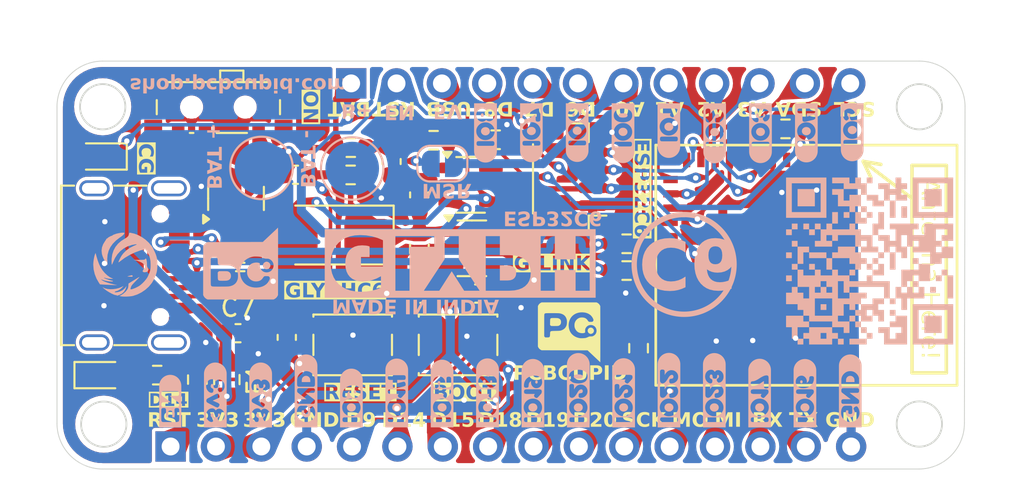
<source format=kicad_pcb>
(kicad_pcb (version 20240108) (generator "pcbnew") (generator_version "8.0")
  (layers (0 "F.Cu" signal) (31 "B.Cu" signal) (34 "B.Paste" user) (35 "F.Paste" user) (36 "B.SilkS" user "B.Silkscreen") (37 "F.SilkS" user "F.Silkscreen") (38 "B.Mask" user) (39 "F.Mask" user) (44 "Edge.Cuts" user))
  (net 0 "")
  (net 1 "/RESET")
  (net 2 "GND")
  (net 3 "/Bat_PWR")
  (net 4 "+BATT")
  (net 5 "+3.3V")
  (net 6 "/BATT_MSR")
  (net 7 "VBUS")
  (net 8 "Net-(D2-K)")
  (net 9 "Net-(D3-A)")
  (net 10 "/USB_D+")
  (net 14 "/USB_D-")
  (net 18 "Net-(J1-CC2)")
  (net 19 "Net-(J1-CC1)")
  (net 20 "/SCL")
  (net 21 "/GPIO_8")
  (net 22 "/SDA")
  (net 23 "/GPIO_9")
  (net 24 "/GPIO_2")
  (net 25 "/SCK")
  (net 26 "/MOSI")
  (net 27 "/uRx")
  (net 28 "/GPIO_3")
  (net 29 "/uTx")
  (net 30 "/MISO")
  (net 31 "Net-(U2-PROG)")
  (net 32 "Net-(U2-STAT)")
  (net 33 "Net-(U3-EN)")
  (net 35 "/GPIO_14")
  (net 37 "Net-(JP1-B)")
  (net 40 "/GPIO_15")
  (net 41 "Net-(Q1-D)")
  (net 42 "/D+")
  (net 43 "/D-")
  (net 44 "/GPIO_18")
  (net 45 "/GPIO_19")
  (net 46 "/GPIO_20")
  (net 47 "/GPIO_1")
  (net 55 "/GPIO_7")
  (net 56 "/GPIO_6")
  (net 57 "Net-(C7-Pad1)")
  (footprint "Resistor_SMD:R_0603_1608Metric" (layer "F.Cu") (at 149.45 99.41 180)
    (property "Reference" "R5" (hide yes))
    (property "Value" "5.1K")
  )
  (footprint "LOGO" (layer "F.Cu") (at 153.56 110.2)
    (property "Reference" "G***" (hide yes))
    (property "Value" "LOGO" (hide yes))
  )
  (footprint "ESP32C6:ESP32-C6-MINI-1_EXP" (layer "F.Cu") (at 166.845101 106.439998 -90)
    (property "Reference" "U4" (hide yes))
    (property "Value" "ESP32-C6-MINI-1-N4")
  )
  (footprint "Resistor_SMD:R_0603_1608Metric" (layer "F.Cu") (at 165.675 98.8 180)
    (property "Reference" "R2" (hide yes))
    (property "Value" "5.1K")
  )
  (footprint "Button_Switch_SMD:SW_SPDT_PCM12" (layer "F.Cu") (at 133.926262 97.908 180)
    (property "Reference" "SW3" (hide yes))
    (property "Value" "SW_SPDT")
  )
  (footprint "Resistor_SMD:R_0603_1608Metric" (layer "F.Cu") (at 135.15 107.3)
    (property "Reference" "R4" (hide yes))
    (property "Value" "5.1K")
  )
  (footprint "Package_TO_SOT_SMD:SOT-23" (layer "F.Cu") (at 134.913262 102.698 90)
    (property "Reference" "Q1" (hide yes))
    (property "Value" "Si2301")
  )
  (footprint "Resistor_SMD:R_0603_1608Metric" (layer "F.Cu") (at 157.45 111.09 -90)
    (property "Reference" "R1" (hide yes))
    (property "Value" "5.1K")
  )
  (footprint "Capacitor_SMD:C_0603_1608Metric" (layer "F.Cu") (at 138.244262 101.372)
    (property "Reference" "C2" (hide yes))
    (property "Value" "10uf")
  )
  (footprint "Resistor_SMD:R_0603_1608Metric" (layer "F.Cu") (at 141.34 99.85)
    (property "Reference" "R10" (hide yes))
    (property "Value" "200k")
  )
  (footprint "Capacitor_SMD:C_0603_1608Metric" (layer "F.Cu") (at 145.37 108.04 180)
    (property "Reference" "C5" (hide yes))
    (property "Value" "10uf")
  )
  (footprint "Resistor_SMD:R_0603_1608Metric" (layer "F.Cu") (at 130.5 112.6 180)
    (property "Reference" "R9" (hide yes))
    (property "Value" "5.1K")
  )
  (footprint "Resistor_SMD:R_0603_1608Metric" (layer "F.Cu") (at 141.33 101.38 180)
    (property "Reference" "R11" (hide yes))
    (property "Value" "200k")
  )
  (footprint "Connector_PinSocket_2.54mm:PinSocket_1x16_P2.54mm_Vertical" (layer "F.Cu") (at 131.25 116.6 90)
    (property "Reference" "J4" (hide yes))
    (property "Value" "Conn_01x16" (hide yes))
  )
  (footprint "Resistor_SMD:R_0603_1608Metric" (layer "F.Cu") (at 156.78 105.24 180)
    (property "Reference" "R12" (hide yes))
    (property "Value" "22R")
  )
  (footprint "Capacitor_SMD:C_0603_1608Metric" (layer "F.Cu") (at 135.025 110.25)
    (property "Reference" "C7")
    (property "Value" "10uf")
  )
  (footprint "Resistor_SMD:R_0603_1608Metric" (layer "F.Cu") (at 135.15 105.78 180)
    (property "Reference" "R3" (hide yes))
    (property "Value" "5.1K")
  )
  (footprint "LED_SMD:LED_0603_1608Metric" (layer "F.Cu") (at 127.313262 100.348 180)
    (property "Reference" "D2" (hide yes))
    (property "Value" "LED")
  )
  (footprint "Diode_SMD:D_SMA" (layer "F.Cu") (at 140.23 104.75 180)
    (property "Reference" "D1" (hide yes))
    (property "Value" "SS34")
  )
  (footprint "Connector_USB:USB_C_Receptacle_Palconn_UTC16-G" (layer "F.Cu") (at 129.227262 106.45 -90)
    (property "Reference" "J1" (hide yes))
    (property "Value" "USB_C_Receptacle_USB2.0_16P")
  )
  (footprint "Capacitor_SMD:C_0603_1608Metric" (layer "F.Cu") (at 143.62 100.63 -90)
    (property "Reference" "C6" (hide yes))
    (property "Value" "10uf")
  )
  (footprint "LED_SMD:LED_0603_1608Metric" (layer "F.Cu") (at 127.353262 112.6)
    (property "Reference" "D3" (hide yes))
    (property "Value" "LED")
  )
  (footprint "Connector_JST:JST_SH_BM04B-SRSS-TB_1x04-1MP_P1.00mm_Vertical" (layer "F.Cu") (at 153.55 101.6 90)
    (property "Reference" "J5" (hide yes))
    (property "Value" "JST")
  )
  (footprint "Package_TO_SOT_SMD:SOT-23-5" (layer "F.Cu") (at 148.045 101.9375)
    (property "Reference" "U2" (hide yes))
    (property "Value" "MCP73831")
  )
  (footprint "Fuse:Fuse_0805_2012Metric" (layer "F.Cu") (at 134.4 112.85 -90)
    (property "Reference" "F1")
    (property "Value" "fuse")
  )
  (footprint "Resistor_SMD:R_0603_1608Metric" (layer "F.Cu") (at 145.18 105.525 -90)
    (property "Reference" "R8" (hide yes))
    (property "Value" "100K" (hide yes))
  )
  (footprint "Resistor_SMD:R_0603_1608Metric" (layer "F.Cu") (at 145.975 99.44 180)
    (property "Reference" "R7" (hide yes))
    (property "Value" "5.1K")
  )
  (footprint "Capacitor_SMD:C_0603_1608Metric" (layer "F.Cu") (at 137.755 110.485 90)
    (property "Reference" "C1" (hide yes))
    (property "Value" "1uf")
  )
  (footprint "Button_Switch_SMD:SW_SPST_PTS810" (layer "F.Cu") (at 141.445 110.905 180)
    (property "Reference" "SW2" (hide yes))
    (property "Value" "SW_Push")
  )
  (footprint "Package_TO_SOT_SMD:SOT-23-5" (layer "F.Cu") (at 148.1175 105.4925)
    (property "Reference" "U3" (hide yes))
    (property "Value" "AP2112K-3.3 / XC6210B332MR" (hide yes))
  )
  (footprint "Button_Switch_SMD:SW_SPST_PTS810" (layer "F.Cu") (at 147.345 110.905 180)
    (property "Reference" "SW1" (hide yes))
    (property "Value" "SW_Push")
  )
  (footprint "Capacitor_SMD:C_0603_1608Metric" (layer "F.Cu") (at 145.17 102.5 90)
    (property "Reference" "C3" (hide yes))
    (property "Value" "10UF")
  )
  (footprint "Capacitor_SMD:C_0603_1608Metric" (layer "F.Cu") (at 148.44 108.03)
    (property "Reference" "C4" (hide yes))
    (property "Value" "10uf")
  )
  (footprint "Resistor_SMD:R_0603_1608Metric" (layer "F.Cu") (at 132.75 112.85 90)
    (property "Reference" "R6" (hide yes))
    (property "Value" "100K")
  )
  (footprint "Resistor_SMD:R_0603_1608Metric" (layer "F.Cu") (at 156.78 106.74)
    (property "Reference" "R13" (hide yes))
    (property "Value" "22R")
  )
  (footprint "kibuzzard-668B789B" (layer "B.Cu") (at 138.833227 113.483992 90)
    (property "Reference" "kibuzzard-668B789B" (hide yes))
    (property "Value" "G***" (hide yes))
  )
  (footprint "kibuzzard-668CCB83" (layer "B.Cu") (at 169.41 98.989256 90)
    (property "Reference" "kibuzzard-668CCB83" (hide yes))
    (property "Value" "G***" (hide yes))
  )
  (footprint "kibuzzard-668D15F0" (layer "B.Cu") (at 156.579107 99.041474 90)
    (property "Reference" "kibuzzard-668D15F0" (hide yes))
    (property "Value" "G***" (hide yes))
  )
  (footprint "kibuzzard-668B789B" (layer "B.Cu") (at 169.301247 113.483992 90)
    (property "Reference" "kibuzzard-668B789B" (hide yes))
    (property "Value" "G***" (hide yes))
  )
  (footprint "LOGO" (layer "B.Cu") (at 128.72 106.41)
    (property "Reference" "G***" (hide yes))
    (property "Value" "LOGO" (hide yes))
  )
  (footprint "LOGO" (layer "B.Cu") (at 135.169563 106.35)
    (property "Reference" "G***" (hide yes))
    (property "Value" "LOGO" (hide yes))
  )
  (footprint "kibuzzard-668D17D6" (layer "B.Cu") (at 166.763427 113.611316 90)
    (property "Reference" "kibuzzard-668D17D6" (hide yes))
    (property "Value" "G***" (hide yes))
  )
  (footprint "kibuzzard-668D175C" (layer "B.Cu") (at 159.152148 113.44 90)
    (property "Reference" "kibuzzard-668D175C" (hide yes))
    (property "Value" "G***" (hide yes))
  )
  (footprint "kibuzzard-668D15F7" (layer "B.Cu") (at 154.0125 99.008927 90)
    (property "Reference" "kibuzzard-668D15F7" (hide yes))
    (property "Value" "G***" (hide yes))
  )
  (footprint "kibuzzard-668D17D0" (layer "B.Cu") (at 164.227765 113.604521 90)
    (property "Reference" "kibuzzard-668D17D0" (hide yes))
    (property "Value" "G***" (hide yes))
  )
  (footprint "kibuzzard-668D1756" (layer "B.Cu") (at 156.614339 113.589499 90)
    (property "Reference" "kibuzzard-668D1756" (hide yes))
    (property "Value" "G***" (hide yes))
  )
  (footprint "kibuzzard-668D15B6" (layer "B.Cu") (at 161.709461 99.046481 90)
    (property "Reference" "kibuzzard-668D15B6" (hide yes))
    (property "Value" "G***" (hide yes))
  )
  (footprint "kibuzzard-668D15C1" (layer "B.Cu") (at 159.144999 98.896266 90)
    (property "Reference" "kibuzzard-668D15C1" (hide yes))
    (property "Value" "G***" (hide yes))
  )
  (footprint "kibuzzard-668D176A" (layer "B.Cu") (at 161.690672 113.445365 90)
    (property "Reference" "kibuzzard-668D176A" (hide yes))
    (property "Value" "G***" (hide yes))
  )
  (footprint "kibuzzard-668D1621" (layer "B.Cu") (at 148.88 99.025737 90)
    (property "Reference" "kibuzzard-668D1621" (hide yes))
    (property "Value" "G***" (hide yes))
  )
  (footprint "kibuzzard-668D15B0" (layer "B.Cu") (at 164.276069 99.041116 90)
    (property "Reference" "kibuzzard-668D15B0" (hide yes))
    (property "Value" "G***" (hide yes))
  )
  (footprint "kibuzzard-668D171B" (layer "B.Cu") (at 148.99233 113.594507 90)
    (property "Reference" "kibuzzard-668D171B" (hide yes))
    (property "Value" "G***" (hide yes))
  )
  (footprint "LOGO" (layer "B.Cu") (at 170.39 106.2 180)
    (property "Reference" "G***" (hide yes))
    (property "Value" "LOGO" (hide yes))
  )
  (footprint "Connector_PinSocket_2.54mm:PinSocket_1x12_P2.54mm_Vertical" (layer "B.Cu") (at 141.36 96.25 -90)
    (property "Reference" "J2" (hide yes))
    (property "Value" "Conn_01x12")
  )
  (footprint "kibuzzard-668D16B5" (layer "B.Cu") (at 141.372466 113.881703 90)
    (property "Reference" "kibuzzard-668D16B5" (hide yes))
    (property "Value" "G***" (hide yes))
  )
  (footprint "kibuzzard-668D1727" (layer "B.Cu") (at 154.0751 113.445007 90)
    (property "Reference" "kibuzzard-668D1727" (hide yes))
    (property "Value" "G***" (hide yes))
  )
  (footprint "kibuzzard-668CCB9F" (layer "B.Cu") (at 166.843392 99.021087 90)
    (property "Reference" "kibuzzard-668CCB9F" (hide yes))
    (property "Value" "G***" (hide yes))
  )
  (footprint "kibuzzard-668D1619" (layer "B.Cu") (at 151.448754 99.015723 90)
    (property "Reference" "kibuzzard-668D1619" (hide yes))
    (property "Value" "G***" (hide yes))
  )
  (footprint "kibuzzard-668D1721" (layer "B.Cu") (at 151.535146 113.610601 90)
    (property "Reference" "kibuzzard-668D1721" (hide yes))
    (property "Value" "G***" (hide yes))
  )
  (footprint "Jumper:SolderJumper-2_P1.3mm_Open_RoundedPad1.0x1.5mm" (layer "B.Cu") (at 146.463262 100.748 180)
    (property "Reference" "JP1" (hide yes))
    (property "Value" "SolderJumper")
  )
  (footprint "kibuzzard-668B7A7C" (layer "B.Cu") (at 131.231247 114.055522 90)
    (property "Reference" "kibuzzard-668B7A7C" (hide yes))
    (property "Value" "G***" (hide yes))
  )
  (footprint "kibuzzard-668D170D" (layer "B.Cu") (at 143.911705 113.599156 90)
    (property "Reference" "kibuzzard-668D170D" (hide yes))
    (property "Value" "G***" (hide yes))
  )
  (footprint "Test_point_01x2:TestPoint_01x02" (layer "B.Cu") (at 138.879262 100.989 180)
    (property "Reference" "J3" (hide yes))
    (property "Value" "Battery Connector")
  )
  (footprint "kibuzzard-668D1715" (layer "B.Cu") (at 146.450229 113.630987 90)
    (property "Reference" "kibuzzard-668D1715" (hide yes))
    (property "Value" "G***" (hide yes))
  )
  (footprint "kibuzzard-668B7A62" (layer "B.Cu") (at 136.293988 113.710029 90)
    (property "Reference" "kibuzzard-668B7A62" (hide yes))
    (property "Value" "G***" (hide yes))
  )
  (footprint "kibuzzard-668B7A62" (layer "B.Cu") (at 133.754749 113.710029 90)
    (property "Reference" "kibuzzard-668B7A62" (hide yes))
    (property "Value" "G***" (hide yes))
  )
  (gr_circle (center 160 106.395085) (end 157.204915 106.395085) (stroke (width 0.3)) (fill none) (layer "B.SilkS"))
  (gr_line (start 124.891228 115.321945) (end 124.891487 97.57804) (stroke (width 0.05)) (layer "Edge.Cuts"))
  (gr_circle (center 127.51 115.35) (end 128.78 115.35) (stroke (width 0.1)) (fill none) (layer "Edge.Cuts"))
  (gr_line (start 175.727312 97.541689) (end 175.69096 115.285853) (stroke (width 0.05)) (layer "Edge.Cuts"))
  (gr_line (start 127.431228 95.001947) (end 173.151219 95.001948) (stroke (width 0.05)) (layer "Edge.Cuts"))
  (gr_circle (center 173.169262 97.56) (end 174.439262 97.56) (stroke (width 0.1)) (fill none) (layer "Edge.Cuts"))
  (gr_circle (center 127.449262 97.56) (end 128.719262 97.56) (stroke (width 0.1)) (fill none) (layer "Edge.Cuts"))
  (gr_line (start 173.151219 117.861946) (end 127.467321 117.861686) (stroke (width 0.05)) (layer "Edge.Cuts"))
  (gr_circle (center 173.169262 115.34) (end 174.439262 115.34) (stroke (width 0.1)) (fill none) (layer "Edge.Cuts"))
  (gr_arc (start 124.891487 97.57804) (mid 125.627871 95.764035) (end 127.431228 95.001947) (stroke (width 0.05)) (layer "Edge.Cuts"))
  (gr_arc (start 173.151219 95.001948) (mid 174.965224 95.738332) (end 175.727312 97.541689) (stroke (width 0.05)) (layer "Edge.Cuts"))
  (gr_arc (start 175.69096 115.285853) (mid 174.954576 117.099858) (end 173.151219 117.861946) (stroke (width 0.05)) (layer "Edge.Cuts"))
  (gr_arc (start 127.467321 117.861686) (mid 125.653316 117.125302) (end 124.891228 115.321945) (stroke (width 0.05)) (layer "Edge.Cuts"))
  (gr_text "BAT -" (at 138.413262 102.114762 -90) (layer "B.SilkS") (effects (font (size 0.8 0.8) (thickness 0.2) (bold yes)) (justify left bottom mirror)))
  (gr_text "GLYPH" (at 147.552506 104.3 180) (layer "B.SilkS" knockout) (effects (font (size 3 3) (thickness 0.2) (bold yes)) (justify bottom mirror)))
  (gr_text "MADE IN INDIA" (at 140.262835 108.24 180) (layer "B.SilkS") (effects (font (size 0.8 0.8) (thickness 0.16) (bold yes)) (justify left bottom mirror)))
  (gr_text "MSR" (at 145.32 101.75 180) (layer "B.SilkS") (effects (font (size 0.8 0.8) (thickness 0.2) (bold yes)) (justify left bottom mirror)))
  (gr_text "C6" (at 157.454916 104.5 180) (layer "B.SilkS") (effects (font (size 2.8 2.8) (thickness 0.56) (bold yes)) (justify left bottom mirror)))
  (gr_text "5V" (at 145.93 97.31 180) (layer "B.SilkS") (effects (font (size 0.8 0.8) (thickness 0.16) (bold yes)) (justify left bottom mirror)))
  (gr_text "shop.pcbcupid.com" (at 128.96 95.83 180) (layer "B.SilkS") (effects (font (size 0.8 0.8) (thickness 0.2) (bold yes)) (justify left bottom mirror)))
  (gr_text "B+" (at 140.79 97.29 180) (layer "B.SilkS") (effects (font (size 0.8 0.8) (thickness 0.16) (bold yes)) (justify left bottom mirror)))
  (gr_text "EN" (at 143.21 97.36 180) (layer "B.SilkS") (effects (font (size 0.8 0.8) (thickness 0.16) (bold yes)) (justify left bottom mirror)))
  (gr_text "ESP32C6" (at 149.872835 103.3 180) (layer "B.SilkS") (effects (font (size 0.8 0.8) (thickness 0.16) (bold yes)) (justify left bottom mirror)))
  (gr_text "BAT +" (at 133.163262 102.198 -90) (layer "B.SilkS") (effects (font (size 0.8 0.8) (thickness 0.2) (bold yes)) (justify left bottom mirror)))
  (gr_text "3V3" (at 135.293951 115.63 0) (layer "F.SilkS") (effects (font (size 0.8 0.8) (thickness 0.16) (bold yes)) (justify left bottom)))
  (gr_text "D15" (at 145.798969 115.63 0) (layer "F.SilkS") (effects (font (size 0.8 0.8) (thickness 0.16) (bold yes)) (justify left bottom)))
  (gr_text "A0" (at 157.786868 97.16 180) (layer "F.SilkS") (effects (font (size 0.8 0.8) (thickness 0.16) (bold yes)) (justify left bottom)))
  (gr_text "GND\n" (at 137.914344 115.63 0) (layer "F.SilkS") (effects (font (size 0.8 0.8) (thickness 0.16) (bold yes)) (justify left bottom)))
  (gr_text "ON" (at 138.563262 96.648 270) (layer "F.SilkS" knockout) (effects (font (size 0.8 0.8) (thickness 0.2) (bold yes)) (justify left bottom)))
  (gr_text "ESP32C6" (at 157.11 102.13 270) (layer "F.SilkS" knockout) (effects (font (size 0.8 0.8) (thickness 0.2) (bold yes)) (justify bottom)))
  (gr_text "RESET" (at 139.85 114.09 0) (layer "F.SilkS" knockout) (effects (font (size 0.8 0.8) (thickness 0.2) (bold yes)) (justify left bottom)))
  (gr_text "TX" (at 165.875021 115.63 0) (layer "F.SilkS") (effects (font (size 0.8 0.8) (thickness 0.16) (bold yes)) (justify left bottom)))
  (gr_text "D19" (at 151.121039 115.63 0) (layer "F.SilkS") (effects (font (size 0.8 0.8) (thickness 0.16) (bold yes)) (justify left bottom)))
  (gr_text "SDA" (at 167.724042 97.16 180) (layer "F.SilkS") (effects (font (size 0.8 0.8) (thickness 0.16) (bold yes)) (justify left bottom)))
  (gr_text "BOOT\n" (at 145.95 114.09 0) (layer "F.SilkS" knockout) (effects (font (size 0.8 0.8) (thickness 0.2) (bold yes)) (justify left bottom)))
  (gr_text "D14" (at 130.03 114.45 0) (layer "F.SilkS" knockout) (effects (font (size 0.7 0.7) (thickness 0.175) (bold yes)) (justify left bottom)))
  (gr_text "A1" (at 160 97.16 180) (layer "F.SilkS") (effects (font (size 0.8 0.8) (thickness 0.16) (bold yes)) (justify left bottom)))
  (gr_text "BAT" (at 142.45 97.16 180) (layer "F.SilkS") (effects (font (size 0.8 0.8) (thickness 0.16) (bold yes)) (justify left bottom)))
  (gr_text "RX" (at 163.800169 115.63 0) (layer "F.SilkS") (effects (font (size 0.8 0.8) (thickness 0.16) (bold yes)) (justify left bottom)))
  (gr_text "GLYPHC6" (at 140.47 108.38 0) (layer "F.SilkS" knockout) (effects (font (size 0.8 0.8) (thickness 0.2) (bold yes)) (justify bottom)))
  (gr_text "D7" (at 152.75 97.16 180) (layer "F.SilkS") (effects (font (size 0.8 0.8) (thickness 0.16) (bold yes)) (justify left bottom)))
  (gr_text "MO" (at 159.305008 115.63 0) (layer "F.SilkS") (effects (font (size 0.8 0.8) (thickness 0.16) (bold yes)) (justify left bottom)))
  (gr_text "GND" (at 167.896738 115.63 0) (layer "F.SilkS") (effects (font (size 0.8 0.8) (thickness 0.16) (bold yes)) (justify left bottom)))
  (gr_text "MI" (at 161.696399 115.63 0) (layer "F.SilkS") (effects (font (size 0.8 0.8) (thickness 0.16) (bold yes)) (justify left bottom)))
  (gr_text "D20" (at 153.758626 115.63 0) (layer "F.SilkS") (effects (font (size 0.8 0.8) (thickness 0.16) (bold yes)) (justify left bottom)))
  (gr_text "G-LINK" (at 152.62 106.86 0) (layer "F.SilkS" knockout) (effects (font (size 0.8 0.8) (thickness 0.2) (bold yes)) (justify bottom)))
  (gr_text "SCK" (at 156.491566 115.63 0) (layer "F.SilkS") (effects (font (size 0.8 0.8) (thickness 0.16) (bold yes)) (justify left bottom)))
  (gr_text "D14" (at 143.066029 115.63 0) (layer "F.SilkS") (effects (font (size 0.8 0.8) (thickness 0.16) (bold yes)) (justify left bottom)))
  (gr_text "D9" (at 141.05683 115.63 0) (layer "F.SilkS") (effects (font (size 0.8 0.8) (thickness 0.16) (bold yes)) (justify left bottom)))
  (gr_text "SCL" (at 170.7 97.16 180) (layer "F.SilkS") (effects (font (size 0.8 0.8) (thickness 0.16) (bold yes)) (justify left bottom)))
  (gr_text "RST" (at 129.945308 115.63 0) (layer "F.SilkS") (effects (font (size 0.8 0.8) (thickness 0.16) (bold yes)) (justify left bottom)))
  (gr_text "D6" (at 155.070208 97.16 180) (layer "F.SilkS") (effects (font (size 0.8 0.8) (thickness 0.16) (bold yes)) (justify left bottom)))
  (gr_text "USB" (at 148.115836 97.16 180) (layer "F.SilkS") (effects (font (size 0.8 0.8) (thickness 0.16) (bold yes)) (justify left bottom)))
  (gr_text "D8" (at 150.45871 97.16 180) (layer "F.SilkS") (effects (font (size 0.8 0.8) (thickness 0.16) (bold yes)) (justify left bottom)))
  (gr_text "A3" (at 164.587867 97.16 180) (layer "F.SilkS") (effects (font (size 0.8 0.8) (thickness 0.16) (bold yes)) (justify left bottom)))
  (gr_text "CG" (at 129.35 99.6 -90) (layer "F.SilkS" knockout) (effects (font (size 0.8 0.8) (thickness 0.2) (bold yes)) (justify left bottom)))
  (gr_text "3V3" (at 132.673558 115.63 0) (layer "F.SilkS") (effects (font (size 0.8 0.8) (thickness 0.16) (bold yes)) (justify left bottom)))
  (gr_text "A2" (at 162.341127 97.16 180) (layer "F.SilkS") (effects (font (size 0.8 0.8) (thickness 0.16) (bold yes)) (justify left bottom)))
  (gr_text "RST" (at 144.967938 97.16 180) (layer "F.SilkS") (effects (font (size 0.8 0.8) (thickness 0.16) (bold yes)) (justify left bottom)))
  (gr_text "D18" (at 148.458441 115.63 0) (layer "F.SilkS") (effects (font (size 0.8 0.8) (thickness 0.16) (bold yes)) (justify left bottom)))
  (gr_text "PCBCUPID" (at 153.61 113 0) (layer "F.SilkS") (effects (font (size 0.8 0.8) (thickness 0.2) (bold yes)) (justify bottom)))
  (dimension (type leader) (layer "F.SilkS") (pts (xy 169.63 100.32) (xy 173.72 103.43)) (gr_text "Antenna Here!" (at 173.72 106.66 270) (layer "F.SilkS") (effects (font (face "Noto Sans") (size 1 1) (thickness 0.1)))) (format (prefix "") (suffix "") (units 0) (units_format 0) (precision 4) (override_value "Antenna Here!")) (style (thickness 0.2) (arrow_length 1) (text_position_mode 0) (text_frame 1) (extension_offset 0.5)))
  (segment (start 139.37 111.98) (end 138.475 111.98) (width 0.2) (layer "F.Cu") (net 1))
  (segment (start 138.475 111.98) (end 138.47 111.975) (width 0.2) (layer "F.Cu") (net 1))
  (segment (start 151.15 99.384744) (end 152.697062 100.931806) (width 0.2) (layer "F.Cu") (net 1))
  (segment (start 163.673602 98.8) (end 164.85 98.8) (width 0.2) (layer "F.Cu") (net 1))
  (segment (start 138.445 111.95) (end 137.755 111.26) (width 0.2) (layer "F.Cu") (net 1))
  (segment (start 136.73 113.95) (end 136.76 113.92) (width 0.2) (layer "F.Cu") (net 1))
  (segment (start 140.2 102.640104) (end 140.2 111.15) (width 0.2) (layer "F.Cu") (net 1))
  (segment (start 140.2 111.15) (end 139.37 111.98) (width 0.2) (layer "F.Cu") (net 1))
  (segment (start 139.37 111.98) (end 143.52 111.98) (width 0.5) (layer "F.Cu") (net 1))
  (segment (start 162.540002 101.911469) (end 162.540002 100.54) (width 0.2) (layer "F.Cu") (net 1))
  (segment (start 131.25 116.6) (end 132.84 115.01) (width 0.2) (layer "F.Cu") (net 1))
  (segment (start 150.905 98.345) (end 151.15 98.59) (width 0.2) (layer "F.Cu") (net 1))
  (segment (start 136.76 113.92) (end 136.82 113.92) (width 0.2) (layer "F.Cu") (net 1))
  (segment (start 139.727111 102.167215) (end 139.937215 102.167215) (width 0.2) (layer "F.Cu") (net 1))
  (segment (start 138.47 111.975) (end 138.47 111.95) (width 0.2) (layer "F.Cu") (net 1))
  (segment (start 160.74 103.85) (end 160.74 103.711471) (width 0.2) (layer "F.Cu") (net 1))
  (segment (start 152.697062 100.931806) (end 152.978855 100.931806) (width 0.2) (layer "F.Cu") (net 1))
  (segment (start 160.74 103.85) (end 160.7 103.89) (width 0.2) (layer "F.Cu") (net 1))
  (segment (start 160.74 103.711471) (end 162.540002 101.911469) (width 0.2) (layer "F.Cu") (net 1))
  (segment (start 151.15 98.59) (end 151.15 99.384744) (width 0.2) (layer "F.Cu") (net 1))
  (segment (start 162.540002 100.54) (end 162.540002 99.9336) (width 0.2) (layer "F.Cu") (net 1))
  (segment (start 135.594314 115.01) (end 136.684314 113.92) (width 0.2) (layer "F.Cu") (net 1))
  (segment (start 139.727111 102.167215) (end 140.2 102.640104) (width 0.2) (layer "F.Cu") (net 1))
  (segment (start 162.540002 99.9336) (end 163.673602 98.8) (width 0.2) (layer "F.Cu") (net 1))
  (segment (start 132.84 115.01) (end 135.594314 115.01) (width 0.2) (layer "F.Cu") (net 1))
  (segment (start 138.47 111.95) (end 138.445 111.95) (width 0.2) (layer "F.Cu") (net 1))
  (segment (start 136.7 113.92) (end 136.73 113.95) (width 0.2) (layer "F.Cu") (net 1))
  (segment (start 136.684314 113.92) (end 136.7 113.92) (width 0.2) (layer "F.Cu") (net 1))
  (via (at 150.905 98.345) (size 0.6) (drill 0.3) (layers "F.Cu" "B.Cu") (net 1))
  (via (at 152.978855 100.931806) (size 0.6) (drill 0.3) (layers "F.Cu" "B.Cu") (net 1))
  (via (at 136.73 113.95) (size 0.6) (drill 0.3) (layers "F.Cu" "B.Cu") (net 1))
  (via (at 139.727111 102.167215) (size 0.6) (drill 0.3) (layers "F.Cu" "B.Cu") (net 1))
  (via (at 160.74 103.85) (size 0.6) (drill 0.3) (layers "F.Cu" "B.Cu") (net 1))
  (via (at 138.47 111.95) (size 0.6) (drill 0.3) (layers "F.Cu" "B.Cu") (net 1))
  (segment (start 138.47 111.95) (end 138.47 112.21) (width 0.2) (layer "B.Cu") (net 1))
  (segment (start 150.49 97.93) (end 145.58 97.93) (width 0.2) (layer "B.Cu") (net 1))
  (segment (start 158.33 102.76) (end 154.807049 102.76) (width 0.2) (layer "B.Cu") (net 1))
  (segment (start 160.74 103.85) (end 159.42 103.85) (width 0.2) (layer "B.Cu") (net 1))
  (segment (start 154.807049 102.76) (end 152.978855 100.931806) (width 0.2) (layer "B.Cu") (net 1))
  (segment (start 159.42 103.85) (end 158.33 102.76) (width 0.2) (layer "B.Cu") (net 1))
  (segment (start 139.23 101.670104) (end 139.23 100.17) (width 0.2) (layer "B.Cu") (net 1))
  (segment (start 139.727111 102.167215) (end 139.23 101.670104) (width 0.2) (layer "B.Cu") (net 1))
  (segment (start 141.39 99.01) (end 143.9 96.5) (width 0.2) (layer "B.Cu") (net 1))
  (segment (start 139.23 100.17) (end 140.39 99.01) (width 0.2) (layer "B.Cu") (net 1))
  (segment (start 143.9 96.5) (end 143.9 96.25) (width 0.2) (layer "B.Cu") (net 1))
  (segment (start 140.39 99.01) (end 141.39 99.01) (width 0.2) (layer "B.Cu") (net 1))
  (segment (start 145.58 97.93) (end 143.9 96.25) (width 0.2) (layer "B.Cu") (net 1))
  (segment (start 150.905 98.345) (end 150.49 97.93) (width 0.2) (layer "B.Cu") (net 1))
  (segment (start 138.47 112.21) (end 136.73 113.95) (width 0.2) (layer "B.Cu") (net 1))
  (segment (start 160.374998 104.464998) (end 162.165001 104.464998) (width 0.2) (layer "F.Cu") (net 2))
  (segment (start 145.17 101.725) (end 143.94 101.725) (width 0.2) (layer "F.Cu") (net 2))
  (segment (start 139.019262 101.372) (end 140.497 101.372) (width 0.2) (layer "F.Cu") (net 2))
  (segment (start 164.140001 104.464998) (end 164.140001 108.414998) (width 0.2) (layer "F.Cu") (net 2))
  (segment (start 162.165001 104.464998) (end 166.115001 104.464998) (width 0.2) (layer "F.Cu") (net 2))
  (segment (start 166.115001 108.414998) (end 166.115001 104.464998) (width 0.2) (layer "F.Cu") (net 2))
  (segment (start 143.94 101.725) (end 143.62 101.405) (width 0.2) (layer "F.Cu") (net 2))
  (segment (start 132.4 109.65) (end 132.75 110) (width 0.2) (layer "F.Cu") (net 2))
  (segment (start 132.75 110) (end 132.75 112.025) (width 0.2) (layer "F.Cu") (net 2))
  (segment (start 160.14 104.23) (end 160.374998 104.464998) (width 0.2) (layer "F.Cu") (net 2))
  (segment (start 167.34 100.54) (end 169.039999 100.54) (width 0.2) (layer "F.Cu") (net 2))
  (segment (start 162.165001 108.414998) (end 166.115001 108.414998) (width 0.2) (layer "F.Cu") (net 2))
  (segment (start 159.846401 103.239999) (end 160.14 103.533598) (width 0.2) (layer "F.Cu") (net 2))
  (segment (start 131.737262 109.65) (end 132.4 109.65) (width 0.2) (layer "F.Cu") (net 2))
  (segment (start 140.497 101.372) (end 140.505 101.38) (width 0.2) (layer "F.Cu") (net 2))
  (segment (start 159.240001 103.239999) (end 159.846401 103.239999) (width 0.2) (layer "F.Cu") (net 2))
  (segment (start 160.14 103.533598) (end 160.14 104.23) (width 0.2) (layer "F.Cu") (net 2))
  (segment (start 169.090001 100.489998) (end 169.090001 112.389998) (width 0.2) (layer "F.Cu") (net 2))
  (segment (start 169.039999 100.54) (end 169.090001 100.489998) (width 0.2) (layer "F.Cu") (net 2))
  (segment (start 162.165001 104.464998) (end 162.165001 108.414998) (width 0.2) (layer "F.Cu") (net 2))
  (via (at 159.48 98.49) (size 0.6) (drill 0.3) (layers "F.Cu" "B.Cu") (net 2))
  (via (at 133.22 110.77) (size 0.6) (drill 0.3) (layers "F.Cu" "B.Cu") (net 2))
  (via (at 135.55 109.4) (size 0.6) (drill 0.3) (layers "F.Cu" "B.Cu") (net 2))
  (via (at 127.55 106.34) (size 0.6) (drill 0.3) (layers "F.Cu" "B.Cu") (net 2))
  (via (at 143.05 102.68) (size 0.6) (drill 0.3) (layers "F.Cu" "B.Cu") (net 2))
  (via (at 167.42 102.23) (size 0.6) (drill 0.3) (layers "F.Cu" "B.Cu") (net 2))
  (via (at 159.19 113.49) (size 0.6) (drill 0.3) (layers "F.Cu" "B.Cu") (net 2))
  (via (at 147.84 110.42) (size 0.6) (drill 0.3) (layers "F.Cu" "B.Cu") (net 2))
  (via (at 151.6 107.27) (size 0.6) (drill 0.3) (layers "F.Cu" "B.Cu") (net 2))
  (via (at 150.87 108.82) (size 0.6) (drill 0.3) (layers "F.Cu" "B.Cu") (net 2))
  (via (at 143.92 114.47) (size 0.6) (drill 0.3) (layers "F.Cu" "B.Cu") (net 2))
  (via (at 156.73 108) (size 0.6) (drill 0.3) (layers "F.Cu" "B.Cu") (net 2))
  (via (at 127.52 108.71) (size 0.6) (drill 0.3) (layers "F.Cu" "B.Cu") (net 2))
  (via (at 136.99 107.34) (size 0.6) (drill 0.3) (layers "F.Cu" "B.Cu") (net 2))
  (via (at 166.24 110.53) (size 0.6) (drill 0.3) (layers "F.Cu" "B.Cu") (net 2))
  (via (at 147.68 114) (size 0.6) (drill 0.3) (layers "F.Cu" "B.Cu") (net 2))
  (via (at 163.84 110.66) (size 0.6) (drill 0.3) (layers "F.Cu" "B.Cu") (net 2))
  (via (at 165.47 102.36) (size 0.6) (drill 0.3) (layers "F.Cu" "B.Cu") (net 2))
  (via (at 155.96 98.99) (size 0.6) (drill 0.3) (layers "F.Cu" "B.Cu") (net 2))
  (via (at 136.16 111.4) (size 0.6) (drill 0.3) (layers "F.Cu" "B.Cu") (net 2))
  (via (at 132.97 102.02) (size 0.6) (drill 0.3) (layers "F.Cu" "B.Cu") (net 2))
  (via (at 161.8 110.69) (size 0.6) (drill 0.3) (layers "F.Cu" "B.Cu") (net 2))
  (via (at 143.35 108.02) (size 0.6) (drill 0.3) (layers "F.Cu" "B.Cu") (net 2))
  (via (at 150.08 98.56) (size 0.6) (drill 0.3) (layers "F.Cu" "B.Cu") (net 2))
  (via (at 141.46 110.36) (size 0.6) (drill 0.3) (layers "F.Cu" "B.Cu") (net 2))
  (via (at 127.57 104) (size 0.6) (drill 0.3) (layers "F.Cu" "B.Cu") (net 2))
  (segment (start 137.861011 100.061011) (end 136.899273 100.061011) (width 0.2) (layer "F.Cu") (net 3))
  (segment (start 147.8 103.28) (end 147.4075 102.8875) (width 0.3) (layer "F.Cu") (net 3))
  (segment (start 147.4075 102.8875) (end 146.9075 102.8875) (width 0.3) (layer "F.Cu") (net 3))
  (segment (start 136.899273 100.061011) (end 136.176262 99.338) (width 0.2) (layer "F.Cu") (net 3))
  (via (at 147.8 103.28) (size 0.6) (drill 0.3) (layers "F.Cu" "B.Cu") (net 3))
  (via (at 137.861011 100.061011) (size 0.6) (drill 0.3) (layers "F.Cu" "B.Cu") (net 3))
  (segment (start 138.57 100.77) (end 137.861011 100.061011) (width 0.5) (layer "B.Cu") (net 3))
  (segment (start 147.8 103.28) (end 146.45 104.63) (width 0.5) (layer "B.Cu") (net 3))
  (segment (start 146.45 104.63) (end 139.79 104.63) (width 0.5) (layer "B.Cu") (net 3))
  (segment (start 137.861011 100.061011) (end 136.933022 100.989) (width 0.2) (layer "B.Cu") (net 3))
  (segment (start 138.57 103.41) (end 138.57 100.77) (width 0.5) (layer "B.Cu") (net 3))
  (segment (start 147.8 103.28) (end 147.79 103.27) (width 0.5) (layer "B.Cu") (net 3))
  (segment (start 136.933022 100.989) (end 136.339262 100.989) (width 0.2) (layer "B.Cu") (net 3))
  (segment (start 139.79 104.63) (end 138.57 103.41) (width 0.5) (layer "B.Cu") (net 3))
  (segment (start 137.469262 101.372) (end 138.991262 99.85) (width 0.3) (layer "F.Cu") (net 4))
  (segment (start 140.515 99.85) (end 141.33 100.665) (width 0.3) (layer "F.Cu") (net 4))
  (segment (start 145.18 103.285) (end 145.17 103.275) (width 0.5) (layer "F.Cu") (net 4))
  (segment (start 142.23 104.75) (end 145.13 104.75) (width 0.5) (layer "F.Cu") (net 4))
  (segment (start 145.3375 104.5425) (end 145.18 104.7) (width 0.5) (layer "F.Cu") (net 4))
  (segment (start 141.33 103.85) (end 142.23 104.75) (width 0.3) (layer "F.Cu") (net 4))
  (segment (start 141.36 96.25) (end 140.5 97.11) (width 0.3) (layer "F.Cu") (net 4))
  (segment (start 145.13 104.75) (end 145.18 104.7) (width 0.5) (layer "F.Cu") (net 4))
  (segment (start 140.5 97.11) (end 140.5 99.835) (width 0.3) (layer "F.Cu") (net 4))
  (segment (start 146.98 104.5425) (end 145.3375 104.5425) (width 0.5) (layer "F.Cu") (net 4))
  (segment (start 135.863262 103.6355) (end 135.863262 102.978) (width 0.3) (layer "F.Cu") (net 4))
  (segment (start 135.863262 102.978) (end 137.469262 101.372) (width 0.3) (layer "F.Cu") (net 4))
  (segment (start 140.5 99.835) (end 140.515 99.85) (width 0.3) (layer "F.Cu") (net 4))
  (segment (start 145.18 104.7) (end 145.18 103.285) (width 0.5) (layer "F.Cu") (net 4))
  (segment (start 141.33 100.665) (end 141.33 103.85) (width 0.3) (layer "F.Cu") (net 4))
  (segment (start 138.991262 99.85) (end 140.515 99.85) (width 0.3) (layer "F.Cu") (net 4))
  (segment (start 149.44 113.99) (end 149.44 114) (width 0.5) (layer "F.Cu") (net 5))
  (segment (start 151.79 102.16) (end 149.47625 104.47375) (width 0.3) (layer "F.Cu") (net 5))
  (segment (start 150.23 113.2) (end 149.44 113.99) (width 0.5) (layer "F.Cu") (net 5))
  (segment (start 133.79 116.6) (end 136.33 116.6) (width 0.5) (layer "F.Cu") (net 5))
  (segment (start 166.540001 100.54) (end 166.540001 98.840001) (width 0.2) (layer "F.Cu") (net 5))
  (segment (start 149.32375 104.47375) (end 149.255 104.5425) (width 0.3) (layer "F.Cu") (net 5))
  (segment (start 149.44 114) (end 149.43 114) (width 0.5) (layer "F.Cu") (net 5))
  (segment (start 166.540001 98.840001) (end 166.5 98.8) (width 0.2) (layer "F.Cu") (net 5))
  (segment (start 146.9 109.04) (end 146.9 108.795) (width 0.5) (layer "F.Cu") (net 5))
  (segment (start 155.92 102.16) (end 154.935 102.16) (width 0.3) (layer "F.Cu") (net 5))
  (segment (start 147.655 108.04) (end 147.665 108.03) (width 0.5) (layer "F.Cu") (net 5))
  (segment (start 148.11 107.585) (end 148.11 104.84) (width 0.3) (layer "F.Cu") (net 5))
  (segment (start 146.9 108.795) (end 146.145 108.04) (width 0.5) (layer "F.Cu") (net 5))
  (segment (start 149.43 114) (end 149.43 114) (width 0.5) (layer "F.Cu") (net 5))
  (segment (start 155.92 102.16) (end 151.79 102.16) (width 0.3) (layer "F.Cu") (net 5))
  (segment (start 146.145 108.04) (end 147.655 108.04) (width 0.5) (layer "F.Cu") (net 5))
  (segment (start 148.4075 104.5425) (end 149.255 104.5425) (width 0.3) (layer "F.Cu") (net 5))
  (segment (start 157.45 111.915) (end 156.165 113.2) (width 0.5) (layer "F.Cu") (net 5))
  (segment (start 149.47625 104.47375) (end 149.32375 104.47375) (width 0.3) (layer "F.Cu") (net 5))
  (segment (start 147.665 108.03) (end 148.11 107.585) (width 0.3) (layer "F.Cu") (net 5))
  (segment (start 154.935 102.16) (end 154.875 102.1) (width 0.3) (layer "F.Cu") (net 5))
  (segment (start 156.165 113.2) (end 150.23 113.2) (width 0.5) (layer "F.Cu") (net 5))
  (segment (start 148.11 104.84) (end 148.4075 104.5425) (width 0.3) (layer "F.Cu") (net 5))
  (via (at 155.92 102.16) (size 0.6) (drill 0.3) (layers "F.Cu" "B.Cu") (net 5))
  (via (at 166.5 99.65) (size 0.6) (drill 0.3) (layers "F.Cu" "B.Cu") (net 5))
  (via (at 146.9 109.04) (size 0.6) (drill 0.3) (layers "F.Cu" "B.Cu") (net 5))
  (via (at 149.44 114) (size 0.6) (drill 0.3) (layers "F.Cu" "B.Cu") (net 5))
  (segment (start 159.7 103.2) (end 163.15 103.2) (width 0.3) (layer "B.Cu") (net 5))
  (segment (start 163.15 103.2) (end 166.5 99.85) (width 0.3) (layer "B.Cu") (net 5))
  (segment (start 146.91 111.5) (end 146.91 109.05) (width 0.5) (layer "B.Cu") (net 5))
  (segment (start 146.94 111.5) (end 149.44 114) (width 0.5) (layer "B.Cu") (net 5))
  (segment (start 146.91 109.03) (end 146.91 108.99) (width 0.5) (layer "B.Cu") (net 5))
  (segment (start 146.91 111.5) (end 146.94 111.5) (width 0.5) (layer "B.Cu") (net 5))
  (segment (start 166.5 99.85) (end 166.5 99.65) (width 0.3) (layer "B.Cu") (net 5))
  (segment (start 166.5 99.65) (end 166.5 99.55) (width 0.3) (layer "B.Cu") (net 5))
  (segment (start 146.91 109.05) (end 146.9 109.04) (width 0.5) (layer "B.Cu") (net 5))
  (segment (start 155.98 102.1) (end 158.6 102.1) (width 0.3) (layer "B.Cu") (net 5))
  (segment (start 146.9 109.04) (end 146.91 109.03) (width 0.5) (layer "B.Cu") (net 5))
  (segment (start 144.69 113.72) (end 146.91 111.5) (width 0.5) (layer "B.Cu") (net 5))
  (segment (start 158.6 102.1) (end 159.7 103.2) (width 0.3) (layer "B.Cu") (net 5))
  (segment (start 139.21 113.72) (end 144.69 113.72) (width 0.5) (layer "B.Cu") (net 5))
  (segment (start 136.33 116.6) (end 139.21 113.72) (width 0.5) (layer "B.Cu") (net 5))
  (segment (start 155.92 102.16) (end 155.98 102.1) (width 0.3) (layer "B.Cu") (net 5))
  (segment (start 159.240001 101.639997) (end 159.0288 101.639997) (width 0.2) (layer "F.Cu") (net 6))
  (segment (start 157 96.65) (end 156.6 96.25) (width 0.2) (layer "F.Cu") (net 6))
  (segment (start 157 97.484314) (end 157 96.65) (width 0.2) (layer "F.Cu") (net 6))
  (segment (start 158.534401 99.018715) (end 157 97.484314) (width 0.2) (layer "F.Cu") (net 6))
  (segment (start 159.0288 101.639997) (end 158.534401 101.145598) (width 0.2) (layer "F.Cu") (net 6))
  (segment (start 158.534401 101.145598) (end 158.534401 99.018715) (width 0.2) (layer "F.Cu") (net 6))
  (segment (start 152.102 100.748) (end 156.6 96.25) (width 0.5) (layer "B.Cu") (net 6))
  (segment (start 147.113262 100.748) (end 152.102 100.748) (width 0.5) (layer "B.Cu") (net 6))
  (segment (start 134.2875 113.675) (end 134.4 113.7875) (width 0.3) (layer "F.Cu") (net 7))
  (segment (start 149.1825 102.8875) (end 149.005 102.71) (width 0.2) (layer "F.Cu") (net 7))
  (segment (start 127.507762 101.33) (end 128.66 101.33) (width 0.3) (layer "F.Cu") (net 7))
  (segment (start 139.43 102.91) (end 138.54 102.91) (width 0.5) (layer "F.Cu") (net 7))
  (segment (start 148.92 102.625) (end 147.87 101.575) (width 0.2) (layer "F.Cu") (net 7))
  (segment (start 148.92 102.71) (end 148.92 102.625) (width 0.2) (layer "F.Cu") (net 7))
  (segment (start 129.16 101.83) (end 129.16 102.23) (width 0.3) (layer "F.Cu") (net 7))
  (segment (start 129.16 102.23) (end 130.43 100.96) (width 0.5) (layer "F.Cu") (net 7))
  (segment (start 138.54 102.91) (end 138.23 103.22) (width 0.5) (layer "F.Cu") (net 7))
  (segment (start 138.08 104.8) (end 138.13 104.85) (width 0.3) (layer "F.Cu") (net 7))
  (segment (start 132.75 113.675) (end 134.2875 113.675) (width 0.3) (layer "F.Cu") (net 7))
  (segment (start 135.127762 104.8) (end 138.08 104.8) (width 0.3) (layer "F.Cu") (net 7))
  (segment (start 133.963262 101.703262) (end 133.963262 103.6355) (width 0.5) (layer "F.Cu") (net 7))
  (segment (start 130.43 100.96) (end 133.22 100.96) (width 0.5) (layer "F.Cu") (net 7))
  (segment (start 133.963262 103.6355) (end 135.127762 104.8) (width 0.3) (layer "F.Cu") (net 7))
  (segment (start 128.66 101.33) (end 129.16 101.83) (width 0.3) (layer "F.Cu") (net 7))
  (segment (start 147.87 97.68) (end 146.44 96.25) (width 0.2) (layer "F.Cu") (net 7))
  (segment (start 149.005 102.71) (end 148.92 102.71) (width 0.2) (layer "F.Cu") (net 7))
  (segment (start 138.23 103.22) (end 138.23 104.75) (width 0.5) (layer "F.Cu") (net 7))
  (segment (start 147.87 101.575) (end 147.87 97.68) (width 0.2) (layer "F.Cu") (net 7))
  (segment (start 133.22 100.96) (end 133.963262 101.703262) (width 0.5) (layer "F.Cu") (net 7))
  (segment (start 126.525762 100.348) (end 127.507762 101.33) (width 0.3) (layer "F.Cu") (net 7))
  (via (at 148.92 102.71) (size 0.6) (drill 0.3) (layers "F.Cu" "B.Cu") (net 7))
  (via (at 139.43 102.91) (size 0.6) (drill 0.3) (layers "F.Cu" "B.Cu") (net 7))
  (via (at 134.4 113.7875) (size 0.6) (drill 0.3) (layers "F.Cu" "B.Cu") (net 7))
  (via (at 129.16 102.23) (size 0.6) (drill 0.3) (layers "F.Cu" "B.Cu") (net 7))
  (segment (start 140.55 104.03) (end 145.559339 104.03) (width 0.3) (layer "B.Cu") (net 7))
  (segment (start 129.15 102.25) (end 129.16 102.26) (width 0.5) (layer "B.Cu") (net 7))
  (segment (start 129.16 102.23) (end 129.13 102.23) (width 0.5) (layer "B.Cu") (net 7))
  (segment (start 145.559339 104.03) (end 146.959339 102.63) (width 0.3) (layer "B.Cu") (net 7))
  (segment (start 134.4 113.7875) (end 134.4 110.65) (width 0.5) (layer "B.Cu") (net 7))
  (segment (start 139.43 102.91) (end 140.55 104.03) (width 0.3) (layer "B.Cu") (net 7))
  (segment (start 129.16 102.26) (end 129.16 102.23) (width 0.5) (layer "B.Cu") (net 7))
  (segment (start 129.15 105.4) (end 129.15 102.25) (width 0.5) (layer "B.Cu") (net 7))
  (segment (start 146.959339 102.63) (end 148.78 102.63) (width 0.3) (layer "B.Cu") (net 7))
  (segment (start 134.4 110.65) (end 129.15 105.4) (width 0.5) (layer "B.Cu") (net 7))
  (segment (start 148.78 102.63) (end 148.85 102.7) (width 0.3) (layer "B.Cu") (net 7))
  (segment (start 128.100762 100.348) (end 128.140762 100.388) (width 0.2) (layer "F.Cu") (net 8))
  (segment (start 128.8 99.48) (end 128.8 99.42) (width 0.2) (layer "F.Cu") (net 8))
  (segment (start 128.8 99.648762) (end 128.8 99.48) (width 0.2) (layer "F.Cu") (net 8))
  (segment (start 141.18 98.22) (end 141.25 98.15) (width 0.2) (layer "F.Cu") (net 8))
  (segment (start 128.100762 100.348) (end 128.8 99.648762) (width 0.2) (layer "F.Cu") (net 8))
  (segment (start 143.86 98.15) (end 145.15 99.44) (width 0.2) (layer "F.Cu") (net 8))
  (segment (start 145.15 99.44) (end 145.15 99.18) (width 0.3) (layer "F.Cu") (net 8))
  (segment (start 141.25 98.15) (end 143.86 98.15) (width 0.2) (layer "F.Cu") (net 8))
  (via (at 141.18 98.22) (size 0.6) (drill 0.3) (layers "F.Cu" "B.Cu") (net 8))
  (via (at 128.8 99.48) (size 0.6) (drill 0.3) (layers "F.Cu" "B.Cu") (net 8))
  (segment (start 140.83 98.57) (end 129.71 98.57) (width 0.2) (layer "B.Cu") (net 8))
  (segment (start 129.71 98.57) (end 128.8 99.48) (width 0.2) (layer "B.Cu") (net 8))
  (segment (start 141.18 98.22) (end 140.83 98.57) (width 0.2) (layer "B.Cu") (net 8))
  (segment (start 128.140762 112.6) (end 129.675 112.6) (width 0.2) (layer "F.Cu") (net 9))
  (segment (start 157.605 106.74) (end 157.905002 106.439998) (width 0.4) (layer "F.Cu") (net 10))
  (segment (start 157.905002 106.439998) (end 159.240001 106.439998) (width 0.4) (layer "F.Cu") (net 10))
  (segment (start 158.004997 105.639997) (end 157.605 105.24) (width 0.4) (layer "F.Cu") (net 14))
  (segment (start 159.240001 105.639997) (end 158.004997 105.639997) (width 0.4) (layer "F.Cu") (net 14))
  (segment (start 157.525 105.16) (end 157.605 105.24) (width 0.4) (layer "F.Cu") (net 14))
  (segment (start 134.325 107.3) (end 133.425 108.2) (width 0.2) (layer "F.Cu") (net 18))
  (segment (start 133.425 108.2) (end 131.737262 108.2) (width 0.2) (layer "F.Cu") (net 18))
  (segment (start 130.75 105.2) (end 130.7 105.15) (width 0.2) (layer "F.Cu") (net 19))
  (segment (start 133.55 104.95) (end 133.6 105) (width 0.2) (layer "F.Cu") (net 19))
  (segment (start 134.325 105.725) (end 133.55 104.95) (width 0.2) (layer "F.Cu") (net 19))
  (segment (start 131.737262 105.2) (end 130.75 105.2) (width 0.2) (layer "F.Cu") (net 19))
  (segment (start 134.325 105.78) (end 134.325 105.725) (width 0.2) (layer "F.Cu") (net 19))
  (segment (start 130.7 105.15) (end 130.65 105.1) (width 0.2) (layer "F.Cu") (net 19))
  (via (at 133.55 104.95) (size 0.6) (drill 0.3) (layers "F.Cu" "B.Cu") (net 19))
  (via (at 130.7 105.15) (size 0.6) (drill 0.3) (layers "F.Cu" "B.Cu") (net 19))
  (segment (start 133.527125 104.927125) (end 130.922875 104.927125) (width 0.2) (layer "B.Cu") (net 19))
  (segment (start 133.55 104.95) (end 133.527125 104.927125) (width 0.2) (layer "B.Cu") (net 19))
  (segment (start 130.922875 104.927125) (end 130.7 105.15) (width 0.2) (layer "B.Cu") (net 19))
  (segment (start 160.5 99.55) (end 160.4 99.45) (width 0.2) (layer "F.Cu") (net 20))
  (segment (start 160.940002 100.130399) (end 160.940002 100.54) (width 0.2) (layer "F.Cu") (net 20))
  (segment (start 163.9 97.7) (end 164 97.7) (width 0.2) (layer "F.Cu") (net 20))
  (segment (start 155.95 100.1) (end 155.975 100.125) (width 0.2) (layer "F.Cu") (net 20))
  (segment (start 160.940002 100.54) (end 160.940002 99.990002) (width 0.2) (layer "F.Cu") (net 20))
  (segment (start 160.940002 99.990002) (end 160.5 99.55) (width 0.2) (layer "F.Cu") (net 20))
  (segment (start 163.9 97.7) (end 163.370401 97.7) (width 0.2) (layer "F.Cu") (net 20))
  (segment (start 154.875 100.1) (end 155.95 100.1) (width 0.2) (layer "F.Cu") (net 20))
  (segment (start 163.370401 97.7) (end 160.940002 100.130399) (width 0.2) (layer "F.Cu") (net 20))
  (via (at 155.975 100.125) (size 0.6) (drill 0.3) (layers "F.Cu" "B.Cu") (net 20))
  (via (at 160.5 99.55) (size 0.6) (drill 0.3) (layers "F.Cu" "B.Cu") (net 20))
  (via (at 163.9 97.7) (size 0.6) (drill 0.3) (layers "F.Cu" "B.Cu") (net 20))
  (segment (start 155.975 100.125) (end 156.375 100.125) (width 0.2) (layer "B.Cu") (net 20))
  (segment (start 159.9 101.15) (end 160.5 100.55) (width 0.2) (layer "B.Cu") (net 20))
  (segment (start 167.85 97.7) (end 169.3 96.25) (width 0.2) (layer "B.Cu") (net 20))
  (segment (start 156.375 100.125) (end 157.4 101.15) (width 0.2) (layer "B.Cu") (net 20))
  (segment (start 163.9 97.7) (end 167.85 97.7) (width 0.2) (layer "B.Cu") (net 20))
  (segment (start 160.5 100.55) (end 160.5 99.55) (width 0.2) (layer "B.Cu") (net 20))
  (segment (start 157.4 101.15) (end 159.9 101.15) (width 0.2) (layer "B.Cu") (net 20))
  (segment (start 158.075003 109.639997) (end 159.240001 109.639997) (width 0.2) (layer "F.Cu") (net 21))
  (segment (start 157.45 110.265) (end 158.075003 109.639997) (width 0.2) (layer "F.Cu") (net 21))
  (segment (start 160.6 108.689599) (end 160.6 105.79) (width 0.2) (layer "F.Cu") (net 21))
  (segment (start 159.649602 109.639997) (end 160.6 108.689599) (width 0.2) (layer "F.Cu") (net 21))
  (segment (start 149.41 99.82) (end 151.08 101.49) (width 0.2) (layer "F.Cu") (net 21))
  (segment (start 148.98 96.25) (end 149.41 96.68) (width 0.2) (layer "F.Cu") (net 21))
  (segment (start 149.41 96.68) (end 149.41 99.82) (width 0.2) (layer "F.Cu") (net 21))
  (segment (start 151.08 101.49) (end 152.37 101.49) (width 0.2) (layer "F.Cu") (net 21))
  (segment (start 159.240001 109.639997) (end 159.649602 109.639997) (width 0.2) (layer "F.Cu") (net 21))
  (via (at 152.37 101.49) (size 0.6) (drill 0.3) (layers "F.Cu" "B.Cu") (net 21))
  (via (at 160.6 105.79) (size 0.6) (drill 0.3) (layers "F.Cu" "B.Cu") (net 21))
  (segment (start 152.37 101.42) (end 152.38 101.43) (width 0.2) (layer "B.Cu") (net 21))
  (segment (start 160.6 105.595685) (end 158.204315 103.2) (width 0.2) (layer "B.Cu") (net 21))
  (segment (start 152.37 101.49) (end 152.37 101.42) (width 0.2) (layer "B.Cu") (net 21))
  (segment (start 154.15 103.2) (end 152.44 101.49) (width 0.2) (layer "B.Cu") (net 21))
  (segment (start 152.44 101.49) (end 152.37 101.49) (width 0.2) (layer "B.Cu") (net 21))
  (segment (start 160.6 105.79) (end 160.6 105.595685) (width 0.2) (layer "B.Cu") (net 21))
  (segment (start 158.204315 103.2) (end 154.15 103.2) (width 0.2) (layer "B.Cu") (net 21))
  (segment (start 161.740001 100.153201) (end 161.740001 100.54) (width 0.2) (layer "F.Cu") (net 22))
  (segment (start 164.062352 98.4) (end 163.493202 98.4) (width 0.2) (layer "F.Cu") (net 22))
  (segment (start 163.493202 98.4) (end 161.740001 100.153201) (width 0.2) (layer "F.Cu") (net 22))
  (segment (start 160.65 101.55) (end 160.55 101.55) (width 0.2) (layer "F.Cu") (net 22))
  (segment (start 166.76 96.25) (end 166.212352 96.25) (width 0.2) (layer "F.Cu") (net 22))
  (segment (start 154.875 101.1) (end 156.05 101.1) (width 0.2) (layer "F.Cu") (net 22))
  (segment (start 166.212352 96.25) (end 164.062352 98.4) (width 0.2) (layer "F.Cu") (net 22))
  (segment (start 161.740001 100.54) (end 161.740001 100.949601) (width 0.2) (layer "F.Cu") (net 22))
  (segment (start 161.139602 101.55) (end 160.65 101.55) (width 0.2) (layer "F.Cu") (net 22))
  (segment (start 161.740001 100.949601) (end 161.139602 101.55) (width 0.2) (layer "F.Cu") (net 22))
  (via (at 156.05 101.1) (size 0.6) (drill 0.3) (layers "F.Cu" "B.Cu") (net 22))
  (via (at 160.65 101.55) (size 0.6) (drill 0.3) (layers "F.Cu" "B.Cu") (net 22))
  (segment (start 157.234314 101.55) (end 160.65 101.55) (width 0.2) (layer "B.Cu") (net 22))
  (segment (start 156.784314 101.1) (end 157.234314 101.55) (width 0.2) (layer "B.Cu") (net 22))
  (segment (start 156.05 101.1) (end 156.784314 101.1) (width 0.2) (layer "B.Cu") (net 22))
  (segment (start 156.05 101.1) (end 156.1 101.05) (width 0.2) (layer "B.Cu") (net 22))
  (segment (start 159.240001 110.439998) (end 158.710002 110.439998) (width 0.2) (layer "F.Cu") (net 23))
  (segment (start 156.608724 111.05) (end 155.358724 112.3) (width 0.2) (layer "F.Cu") (net 23))
  (segment (start 149.74 112.3) (end 149.42 111.98) (width 0.2) (layer "F.Cu") (net 23))
  (segment (start 158.1 111.05) (end 156.608724 111.05) (width 0.2) (layer "F.Cu") (net 23))
  (segment (start 158.710002 110.439998) (end 158.1 111.05) (width 0.2) (layer "F.Cu") (net 23))
  (segment (start 155.358724 112.3) (end 149.74 112.3) (width 0.2) (layer "F.Cu") (net 23))
  (via (at 150.15 112.3) (size 0.6) (drill 0.3) (layers "F.Cu" "B.Cu") (net 23))
  (segment (start 149.18 115.17) (end 142.84 115.17) (width 0.2) (layer "B.Cu") (net 23))
  (segment (start 142.84 115.17) (end 141.41 116.6) (width 0.2) (layer "B.Cu") (net 23))
  (segment (start 150.15 112.3) (end 150.15 114.2) (width 0.2) (layer "B.Cu") (net 23))
  (segment (start 150.15 114.2) (end 149.18 115.17) (width 0.2) (layer "B.Cu") (net 23))
  (segment (start 163.75 102.3) (end 164.940002 101.109998) (width 0.2) (layer "F.Cu") (net 24))
  (segment (start 164.940002 101.109998) (end 164.940002 100.54) (width 0.2) (layer "F.Cu") (net 24))
  (segment (start 163 102.3) (end 163.75 102.3) (width 0.2) (layer "F.Cu") (net 24))
  (via (at 163 102.3) (size 0.6) (drill 0.3) (layers "F.Cu" "B.Cu") (net 24))
  (segment (start 163 102.3) (end 161.68 100.98) (width 0.2) (layer "B.Cu") (net 24))
  (segment (start 161.68 100.98) (end 161.68 96.25) (width 0.2) (layer "B.Cu") (net 24))
  (segment (start 158.3 114.95) (end 160.274314 114.95) (width 0.2) (layer "F.Cu") (net 25))
  (segment (start 161.740001 113.484313) (end 161.740001 112.339996) (width 0.2) (layer "F.Cu") (net 25))
  (segment (start 156.65 116.6) (end 158.3 114.95) (width 0.2) (layer "F.Cu") (net 25))
  (segment (start 160.274314 114.95) (end 161.740001 113.484313) (width 0.2) (layer "F.Cu") (net 25))
  (segment (start 162.540002 113.249998) (end 159.19 116.6) (width 0.2) (layer "F.Cu") (net 26))
  (segment (start 162.540002 112.339996) (end 162.540002 113.249998) (width 0.2) (layer "F.Cu") (net 26))
  (segment (start 164.140001 112.339996) (end 164.140001 116.470001) (width 0.2) (layer "F.Cu") (net 27))
  (segment (start 164.140001 116.470001) (end 164.27 116.6) (width 0.2) (layer "F.Cu") (net 27))
  (segment (start 164.140001 100.54) (end 164.140001 101.061469) (width 0.2) (layer "F.Cu") (net 28))
  (segment (start 164.140001 101.061469) (end 163.675735 101.525735) (width 0.2) (layer "F.Cu") (net 28))
  (via (at 163.675735 101.525735) (size 0.6) (drill 0.3) (layers "F.Cu" "B.Cu") (net 28))
  (segment (start 163.675735 101.525735) (end 163.7 101.55) (width 0.2) (layer "B.Cu") (net 28))
  (segment (start 162.1 98.37) (end 164.22 96.25) (width 0.2) (layer "B.Cu") (net 28))
  (segment (start 162.991421 101.525735) (end 162.1 100.634314) (width 0.2) (layer "B.Cu") (net 28))
  (segment (start 163.675735 101.525735) (end 162.991421 101.525735) (width 0.2) (layer "B.Cu") (net 28))
  (segment (start 162.1 100.634314) (end 162.1 98.37) (width 0.2) (layer "B.Cu") (net 28))
  (segment (start 166.35 116.6) (end 166.81 116.6) (width 0.2) (layer "F.Cu") (net 29))
  (segment (start 164.940002 112.339996) (end 164.940002 115.190002) (width 0.2) (layer "F.Cu") (net 29))
  (segment (start 164.940002 115.190002) (end 166.35 116.6) (width 0.2) (layer "F.Cu") (net 29))
  (segment (start 161.73 116.6) (end 161.73 114.625686) (width 0.2) (layer "F.Cu") (net 30))
  (segment (start 163.34 113.015686) (end 163.34 112.339996) (width 0.2) (layer "F.Cu") (net 30))
  (segment (start 161.73 114.625686) (end 163.34 113.015686) (width 0.2) (layer "F.Cu") (net 30))
  (segment (start 148.625 99.41) (end 148.625 100.43) (width 0.2) (layer "F.Cu") (net 31))
  (segment (start 148.625 100.43) (end 149.1825 100.9875) (width 0.2) (layer "F.Cu") (net 31))
  (segment (start 146.9075 100.9875) (end 146.9075 99.5475) (width 0.2) (layer "F.Cu") (net 32))
  (segment (start 146.9075 99.5475) (end 146.8 99.44) (width 0.2) (layer "F.Cu") (net 32))
  (segment (start 146.98 106.4425) (end 145.2725 106.4425) (width 0.2) (layer "F.Cu") (net 33))
  (segment (start 145.2725 106.4425) (end 145.18 106.35) (width 0.2) (layer "F.Cu") (net 33))
  (segment (start 159.240001 107.239999) (end 158.633601 107.239999) (width 0.2) (layer "F.Cu") (net 35))
  (segment (start 148.647919 110.7) (end 143.95 115.397919) (width 0.2) (layer "F.Cu") (net 35))
  (segment (start 137.01 112.84) (end 139.25 115.08) (width 0.2) (layer "F.Cu") (net 35))
  (segment (start 143.95 115.4) (end 143.95 116.6) (width 0.2) (layer "F.Cu") (net 35))
  (segment (start 158.633601 107.239999) (end 155.1736 110.7) (width 0.2) (layer "F.Cu") (net 35))
  (segment (start 131.325 112.6) (end 131.565 112.84) (width 0.2) (layer "F.Cu") (net 35))
  (segment (start 131.565 112.84) (end 137.01 112.84) (width 0.2) (layer "F.Cu") (net 35))
  (segment (start 143.63 115.08) (end 143.95 115.4) (width 0.2) (layer "F.Cu") (net 35))
  (segment (start 139.25 115.08) (end 143.63 115.08) (width 0.2) (layer "F.Cu") (net 35))
  (segment (start 155.1736 110.7) (end 148.647919 110.7) (width 0.2) (layer "F.Cu") (net 35))
  (segment (start 143.95 115.397919) (end 143.95 116.6) (width 0.2) (layer "F.Cu") (net 35))
  (segment (start 142.155 99.86) (end 142.165 99.85) (width 0.2) (layer "F.Cu") (net 37))
  (segment (start 142.165 99.85) (end 143.615 99.85) (width 0.2) (layer "F.Cu") (net 37))
  (segment (start 142.155 101.38) (end 142.155 99.86) (width 0.2) (layer "F.Cu") (net 37))
  (segment (start 143.62 99.855) (end 144.375 100.61) (width 0.2) (layer "F.Cu") (net 37))
  (segment (start 144.375 100.61) (end 144.8 100.61) (width 0.2) (layer "F.Cu") (net 37))
  (segment (start 143.615 99.85) (end 143.62 99.855) (width 0.2) (layer "F.Cu") (net 37))
  (segment (start 145.05 100.61) (end 145.06 100.6) (width 0.2) (layer "F.Cu") (net 37))
  (segment (start 144.97 100.61) (end 144.99 100.59) (width 0.2) (layer "F.Cu") (net 37))
  (segment (start 145.01 100.61) (end 145.05 100.61) (width 0.2) (layer "F.Cu") (net 37))
  (segment (start 144.8 100.61) (end 144.97 100.61) (width 0.2) (layer "F.Cu") (net 37))
  (segment (start 144.99 100.59) (end 145.01 100.61) (width 0.2) (layer "F.Cu") (net 37))
  (via (at 144.99 100.59) (size 0.6) (drill 0.3) (layers "F.Cu" "B.Cu") (net 37))
  (segment (start 145.148 100.748) (end 144.99 100.59) (width 0.2) (layer "B.Cu") (net 37))
  (segment (start 145.813262 100.748) (end 145.148 100.748) (width 0.2) (layer "B.Cu") (net 37))
  (segment (start 145.7 114.25) (end 148.85 111.1) (width 0.2) (layer "F.Cu") (net 40))
  (segment (start 158.487355 108.039997) (end 159.240001 108.039997) (width 0.2) (layer "F.Cu") (net 40))
  (segment (start 155.427352 111.1) (end 158.487355 108.039997) (width 0.2) (layer "F.Cu") (net 40))
  (segment (start 146.49 116.6) (end 145.7 115.81) (width 0.2) (layer "F.Cu") (net 40))
  (segment (start 145.7 115.81) (end 145.7 114.25) (width 0.2) (layer "F.Cu") (net 40))
  (segment (start 148.85 111.1) (end 155.427352 111.1) (width 0.2) (layer "F.Cu") (net 40))
  (segment (start 134.913262 101.463262) (end 133.176262 99.726262) (width 0.2) (layer "F.Cu") (net 41))
  (segment (start 134.913262 101.7605) (end 134.913262 101.463262) (width 0.2) (layer "F.Cu") (net 41))
  (segment (start 133.176262 99.726262) (end 133.176262 99.338) (width 0.2) (layer "F.Cu") (net 41))
  (segment (start 155.2 106.65) (end 155.152499 106.65) (width 0.4) (layer "F.Cu") (net 42))
  (segment (start 131.737262 106.2) (end 132.622981 106.2) (width 0.3) (layer "F.Cu") (net 42))
  (segment (start 132.622981 106.2) (end 132.725695 106.302714) (width 0.3) (layer "F.Cu") (net 42))
  (segment (start 155.242499 106.74) (end 155.2 106.697501) (width 0.4) (layer "F.Cu") (net 42))
  (segment (start 155.955 106.74) (end 155.242499 106.74) (width 0.4) (layer "F.Cu") (net 42))
  (segment (start 132.725695 106.275695) (end 132.65 106.2) (width 0.3) (layer "F.Cu") (net 42))
  (segment (start 132.725695 106.964305) (end 132.49 107.2) (width 0.2) (layer "F.Cu") (net 42))
  (segment (start 132.725695 106.302714) (end 132.725695 106.275695) (width 0.3) (layer "F.Cu") (net 42))
  (segment (start 155.2 106.697501) (end 155.2 106.65) (width 0.4) (layer "F.Cu") (net 42))
  (segment (start 132.49 107.2) (end 131.737262 107.2) (width 0.2) (layer "F.Cu") (net 42))
  (segment (start 132.725695 106.302714) (end 132.725695 106.964305) (width 0.2) (layer "F.Cu") (net 42))
  (via (at 132.725695 106.302714) (size 0.6) (drill 0.3) (layers "F.Cu" "B.Cu") (net 42))
  (via (at 155.2 106.65) (size 0.6) (drill 0.3) (layers "F.Cu" "B.Cu") (net 42))
  (segment (start 155.2 106.65) (end 154.7889 106.2389) (width 0.4) (layer "B.Cu") (net 42))
  (segment (start 133.15 106.2389) (end 132.789509 106.2389) (width 0.3) (layer "B.Cu") (net 42))
  (segment (start 154.7889 106.2389) (end 133.15 106.2389) (width 0.4) (layer "B.Cu") (net 42))
  (segment (start 132.789509 106.2389) (end 132.725695 106.302714) (width 0.3) (layer "B.Cu") (net 42))
  (segment (start 132.440565 105.7) (end 132.465651 105.674914) (width 0.3) (layer "F.Cu") (net 43))
  (segment (start 130.998529 105.7) (end 130.879462 105.819067) (width 0.2) (layer "F.Cu") (net 43))
  (segment (start 130.879462 105.819067) (end 130.879462 106.579462) (width 0.2) (layer "F.Cu") (net 43))
  (segment (start 131.665062 106.7722) (end 131.737262 106.7) (width 0.2) (layer "F.Cu") (net 43))
  (segment (start 132.784327 105.527125) (end 132.784327 105.465673) (width 0.3) (layer "F.Cu") (net 43))
  (segment (start 132.465651 105.674914) (end 132.636538 105.674914) (width 0.3) (layer "F.Cu") (net 43))
  (segment (start 130.879462 106.579462) (end 131.0722 106.7722) (width 0.2) (layer "F.Cu") (net 43))
  (segment (start 131.737262 105.7) (end 132.440565 105.7) (width 0.3) (layer "F.Cu") (net 43))
  (segment (start 155.232499 105.25) (end 155.2 105.25) (width 0.4) (layer "F.Cu") (net 43))
  (segment (start 155.242499 105.24) (end 155.232499 105.25) (width 0.4) (layer "F.Cu") (net 43))
  (segment (start 155.2 105.25) (end 155.2 105.282499) (width 0.4) (layer "F.Cu") (net 43))
  (segment (start 131.0722 106.7722) (end 131.665062 106.7722) (width 0.2) (layer "F.Cu") (net 43))
  (segment (start 131.737262 105.7) (end 130.998529 105.7) (width 0.2) (layer "F.Cu") (net 43))
  (segment (start 132.636538 105.674914) (end 132.784327 105.527125) (width 0.3) (layer "F.Cu") (net 43))
  (segment (start 155.955 105.24) (end 155.242499 105.24) (width 0.4) (layer "F.Cu") (net 43))
  (via (at 155.2 105.25) (size 0.6) (drill 0.3) (layers "F.Cu" "B.Cu") (net 43))
  (via (at 132.784327 105.527125) (size 0.6) (drill 0.3) (layers "F.Cu" "B.Cu") (net 43))
  (segment (start 153.091979 105.267953) (end 153.091979 105.4211) (width 0.4) (layer "B.Cu") (net 43))
  (segment (start 154.7889 105.6611) (end 155.2 105.25) (width 0.4) (layer "B.Cu") (net 43))
  (segment (start 153.691979 105.4211) (end 153.691979 105.267949) (width 0.4) (layer "B.Cu") (net 43))
  (segment (start 152.731979 105.027953) (end 152.851979 105.027953) (width 0.4) (layer "B.Cu") (net 43))
  (segment (start 154.291979 105.267949) (end 154.291979 105.4211) (width 0.4) (layer "B.Cu") (net 43))
  (segment (start 154.531979 105.6611) (end 154.651979 105.6611) (width 0.4) (layer "B.Cu") (net 43))
  (segment (start 133.15 105.6611) (end 152.251979 105.6611) (width 0.4) (layer "B.Cu") (net 43))
  (segment (start 152.491979 105.4211) (end 152.491979 105.267953) (width 0.4) (layer "B.Cu") (net 43))
  (segment (start 153.931979 105.027949) (end 154.051979 105.027949) (width 0.4) (layer "B.Cu") (net 43))
  (segment (start 154.766675 105.6611) (end 154.7889 105.6611) (width 0.4) (layer "B.Cu") (net 43))
  (segment (start 133.15 105.6611) (end 132.918302 105.6611) (width 0.3) (layer "B.Cu") (net 43))
  (segment (start 132.918302 105.6611) (end 132.784327 105.527125) (width 0.3) (layer "B.Cu") (net 43))
  (segment (start 154.651979 105.6611) (end 154.766675 105.6611) (width 0.4) (layer "B.Cu") (net 43))
  (segment (start 153.331979 105.6611) (end 153.451979 105.6611) (width 0.4) (layer "B.Cu") (net 43))
  (arc (start 153.451979 105.6611) (mid 153.621685 105.590806) (end 153.691979 105.4211) (width 0.4) (layer "B.Cu") (net 43))
  (arc (start 153.091979 105.4211) (mid 153.162273 105.590806) (end 153.331979 105.6611) (width 0.4) (layer "B.Cu") (net 43))
  (arc (start 154.051979 105.027949) (mid 154.221685 105.098243) (end 154.291979 105.267949) (width 0.4) (layer "B.Cu") (net 43))
  (arc (start 152.491979 105.267953) (mid 152.562273 105.098247) (end 152.731979 105.027953) (width 0.4) (layer "B.Cu") (net 43))
  (arc (start 152.251979 105.6611) (mid 152.421685 105.590806) (end 152.491979 105.4211) (width 0.4) (layer "B.Cu") (net 43))
  (arc (start 154.291979 105.4211) (mid 154.362273 105.590806) (end 154.531979 105.6611) (width 0.4) (layer "B.Cu") (net 43))
  (arc (start 152.851979 105.027953) (mid 153.021685 105.098247) (end 153.091979 105.267953) (width 0.4) (layer "B.Cu") (net 43))
  (arc (start 153.691979 105.267949) (mid 153.762273 105.098243) (end 153.931979 105.027949) (width 0.4) (layer "B.Cu") (net 43))
  (segment (start 157.45 113.75) (end 158.35 112.85) (width 0.2) (layer "F.Cu") (net 44))
  (segment (start 158.35 111.9) (end 159.010004 111.239996) (width 0.2) (layer "F.Cu") (net 44))
  (segment (start 158.35 112.85) (end 158.35 111.9) (width 0.2) (layer "F.Cu") (net 44))
  (segment (start 151.88 113.75) (end 157.45 113.75) (width 0.2) (layer "F.Cu") (net 44))
  (segment (start 159.010004 111.239996) (end 159.240001 111.239996) (width 0.2) (layer "F.Cu") (net 44))
  (segment (start 149.03 116.6) (end 151.88 113.75) (width 0.2) (layer "F.Cu") (net 44))
  (segment (start 160.140001 113.709999) (end 159.7 114.15) (width 0.2) (layer "F.Cu") (net 45))
  (segment (start 160.140001 112.339996) (end 160.140001 113.709999) (width 0.2) (layer "F.Cu") (net 45))
  (segment (start 152.1 116.6) (end 151.57 116.6) (width 0.2) (layer "F.Cu") (net 45))
  (segment (start 154.55 114.15) (end 152.1 116.6) (width 0.2) (layer "F.Cu") (net 45))
  (segment (start 159.7 114.15) (end 154.55 114.15) (width 0.2) (layer "F.Cu") (net 45))
  (segment (start 156.5 114.55) (end 160.05 114.55) (width 0.2) (layer "F.Cu") (net 46))
  (segment (start 160.05 114.55) (end 160.940002 113.659998) (width 0.2) (layer "F.Cu") (net 46))
  (segment (start 160.940002 113.659998) (end 160.940002 112.339996) (width 0.2) (layer "F.Cu") (net 46))
  (segment (start 154.11 116.6) (end 154.45 116.6) (width 0.2) (layer "F.Cu") (net 46))
  (segment (start 154.45 116.6) (end 156.5 114.55) (width 0.2) (layer "F.Cu") (net 46))
  (segment (start 159.240001 102.439998) (end 160.139998 102.439998) (width 0.2) (layer "F.Cu") (net 47))
  (segment (start 160.139998 102.439998) (end 160.15 102.45) (width 0.2) (layer "F.Cu") (net 47))
  (via (at 160.15 102.45) (size 0.6) (drill 0.3) (layers "F.Cu" "B.Cu") (net 47))
  (segment (start 161.28 98.39) (end 161.28 101.82) (width 0.2) (layer "B.Cu") (net 47))
  (segment (start 160.15 102.45) (end 160.2 102.45) (width 0.2) (layer "B.Cu") (net 47))
  (segment (start 159.14 96.25) (end 161.28 98.39) (width 0.2) (layer "B.Cu") (net 47))
  (segment (start 161.28 101.82) (end 160.65 102.45) (width 0.2) (layer "B.Cu") (net 47))
  (segment (start 160.65 102.45) (end 160.15 102.45) (width 0.2) (layer "B.Cu") (net 47))
  (segment (start 156.47 98.12) (end 157.734401 99.384401) (width 0.2) (layer "F.Cu") (net 55))
  (segment (start 157.734401 99.384401) (end 157.734401 103.743998) (width 0.2) (layer "F.Cu") (net 55))
  (segment (start 151.52 96.25) (end 152.2 96.25) (width 0.2) (layer "F.Cu") (net 55))
  (segment (start 152.2 96.25) (end 154.07 98.12) (width 0.2) (layer "F.Cu") (net 55))
  (segment (start 157.734401 103.743998) (end 158.830402 104.839999) (width 0.2) (layer "F.Cu") (net 55))
  (segment (start 158.830402 104.839999) (end 159.240001 104.839999) (width 0.2) (layer "F.Cu") (net 55))
  (segment (start 154.07 98.12) (end 156.47 98.12) (width 0.2) (layer "F.Cu") (net 55))
  (segment (start 158.134401 103.540798) (end 158.134401 99.184401) (width 0.2) (layer "F.Cu") (net 56))
  (segment (start 158.633601 104.039998) (end 158.134401 103.540798) (width 0.2) (layer "F.Cu") (net 56))
  (segment (start 156.6 97.65) (end 155.46 97.65) (width 0.2) (layer "F.Cu") (net 56))
  (segment (start 159.240001 104.039998) (end 158.633601 104.039998) (width 0.2) (layer "F.Cu") (net 56))
  (segment (start 155.46 97.65) (end 154.06 96.25) (width 0.2) (layer "F.Cu") (net 56))
  (segment (start 158.134401 99.184401) (end 156.6 97.65) (width 0.2) (layer "F.Cu") (net 56))
  (segment (start 131.737262 108.85) (end 132.85 108.85) (width 0.5) (layer "F.Cu") (net 57))
  (segment (start 131.737262 104.05) (end 131.627262 104.16) (width 0.2) (layer "F.Cu") (net 57))
  (segment (start 131.627262 108.74) (end 131.737262 108.85) (width 0.2) (layer "F.Cu") (net 57))
  (segment (start 130.05 108.25) (end 130.54 108.74) (width 0.2) (layer "F.Cu") (net 57))
  (segment (start 130.39 104.16) (end 130.05 104.5) (width 0.2) (layer "F.Cu") (net 57))
  (segment (start 130.05 104.5) (end 130.05 108.25) (width 0.2) (layer "F.Cu") (net 57))
  (segment (start 134.25 110.25) (end 134.25 111.7625) (width 0.5) (layer "F.Cu") (net 57))
  (segment (start 134.25 111.7625) (end 134.4 111.9125) (width 0.5) (layer "F.Cu") (net 57))
  (segment (start 131.627262 104.16) (end 130.39 104.16) (width 0.2) (layer "F.Cu") (net 57))
  (segment (start 130.54 108.74) (end 131.627262 108.74) (width 0.2) (layer "F.Cu") (net 57))
  (segment (start 132.85 108.85) (end 134.25 110.25) (width 0.5) (layer "F.Cu") (net 57))
  (zone (net 2) (net_name "GND") (layers "F&B.Cu") (connect_pads (clearance 0.2)) (min_thickness 0.25) (fill yes (thermal_gap 0.5) (thermal_bridge_width 0.5) (island_removal_mode 2) (island_area_min 10))
    (polygon (pts (xy 124.1 94.7) (xy 169.65 94.15) (xy 169.85 118.95) (xy 124.6 118.5)))
  )
)
</source>
